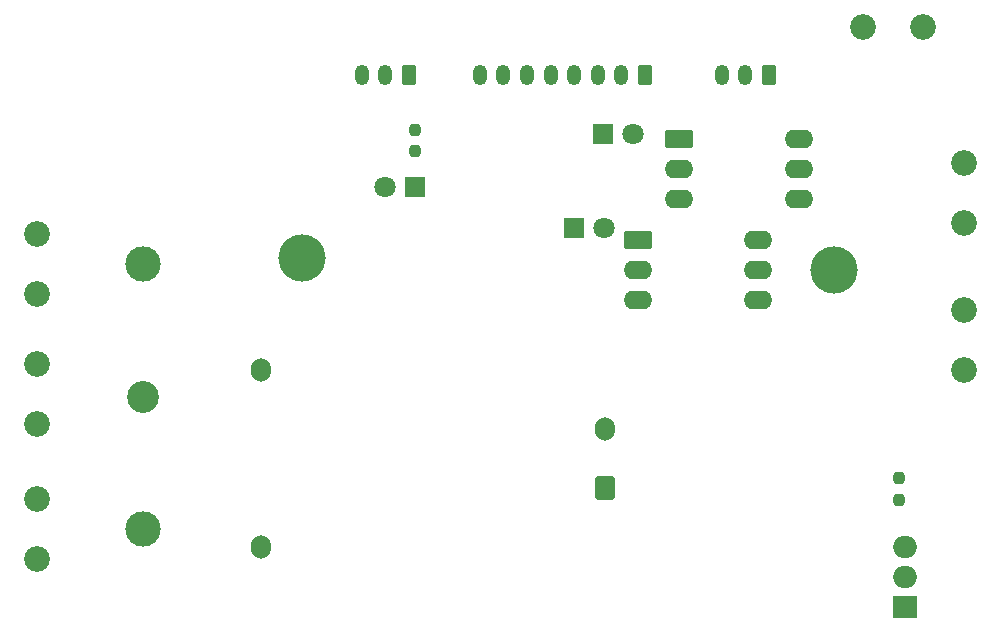
<source format=gbr>
%TF.GenerationSoftware,KiCad,Pcbnew,9.0.7*%
%TF.CreationDate,2026-01-20T13:18:08+01:00*%
%TF.ProjectId,OpenBrewer,4f70656e-4272-4657-9765-722e6b696361,rev?*%
%TF.SameCoordinates,Original*%
%TF.FileFunction,Soldermask,Top*%
%TF.FilePolarity,Negative*%
%FSLAX46Y46*%
G04 Gerber Fmt 4.6, Leading zero omitted, Abs format (unit mm)*
G04 Created by KiCad (PCBNEW 9.0.7) date 2026-01-20 13:18:08*
%MOMM*%
%LPD*%
G01*
G04 APERTURE LIST*
G04 Aperture macros list*
%AMRoundRect*
0 Rectangle with rounded corners*
0 $1 Rounding radius*
0 $2 $3 $4 $5 $6 $7 $8 $9 X,Y pos of 4 corners*
0 Add a 4 corners polygon primitive as box body*
4,1,4,$2,$3,$4,$5,$6,$7,$8,$9,$2,$3,0*
0 Add four circle primitives for the rounded corners*
1,1,$1+$1,$2,$3*
1,1,$1+$1,$4,$5*
1,1,$1+$1,$6,$7*
1,1,$1+$1,$8,$9*
0 Add four rect primitives between the rounded corners*
20,1,$1+$1,$2,$3,$4,$5,0*
20,1,$1+$1,$4,$5,$6,$7,0*
20,1,$1+$1,$6,$7,$8,$9,0*
20,1,$1+$1,$8,$9,$2,$3,0*%
G04 Aperture macros list end*
%ADD10C,2.184000*%
%ADD11R,1.800000X1.800000*%
%ADD12C,1.800000*%
%ADD13C,2.700000*%
%ADD14C,3.000000*%
%ADD15RoundRect,0.250000X0.350000X0.625000X-0.350000X0.625000X-0.350000X-0.625000X0.350000X-0.625000X0*%
%ADD16O,1.200000X1.750000*%
%ADD17RoundRect,0.237500X-0.237500X0.250000X-0.237500X-0.250000X0.237500X-0.250000X0.237500X0.250000X0*%
%ADD18C,4.000000*%
%ADD19RoundRect,0.250000X0.600000X0.750000X-0.600000X0.750000X-0.600000X-0.750000X0.600000X-0.750000X0*%
%ADD20O,1.700000X2.000000*%
%ADD21R,2.000000X1.905000*%
%ADD22O,2.000000X1.905000*%
%ADD23RoundRect,0.250000X-0.950000X-0.550000X0.950000X-0.550000X0.950000X0.550000X-0.950000X0.550000X0*%
%ADD24O,2.400000X1.600000*%
G04 APERTURE END LIST*
D10*
%TO.C,J4*%
X193000000Y-83040000D03*
X193000000Y-77960000D03*
%TD*%
D11*
%TO.C,D4*%
X162460000Y-63000000D03*
D12*
X165000000Y-63000000D03*
%TD*%
D13*
%TO.C,F1*%
X123500000Y-85250000D03*
D14*
X123500000Y-96500000D03*
X123500000Y-74000000D03*
%TD*%
D15*
%TO.C,J1*%
X166000000Y-58000000D03*
D16*
X164000000Y-58000000D03*
X162000000Y-58000000D03*
X160000000Y-58000000D03*
X158000000Y-58000000D03*
X156000000Y-58000000D03*
X154000000Y-58000000D03*
X152000000Y-58000000D03*
%TD*%
D10*
%TO.C,J5*%
X193000000Y-70540000D03*
X193000000Y-65460000D03*
%TD*%
D17*
%TO.C,R4*%
X187500000Y-92175000D03*
X187500000Y-94000000D03*
%TD*%
D15*
%TO.C,J3*%
X146000000Y-58000000D03*
D16*
X144000000Y-58000000D03*
X142000000Y-58000000D03*
%TD*%
D11*
%TO.C,D2*%
X146500000Y-67500000D03*
D12*
X143960000Y-67500000D03*
%TD*%
D11*
%TO.C,D3*%
X159960000Y-71000000D03*
D12*
X162500000Y-71000000D03*
%TD*%
D10*
%TO.C,J8*%
X114500000Y-87540000D03*
X114500000Y-82460000D03*
%TD*%
D18*
%TO.C,REF\u002A\u002A*%
X182000000Y-74500000D03*
%TD*%
D19*
%TO.C,PS1*%
X162580000Y-93000000D03*
D20*
X162580000Y-88000000D03*
X133500000Y-98000000D03*
X133500000Y-83000000D03*
%TD*%
D21*
%TO.C,Q1*%
X188000000Y-103040000D03*
D22*
X188000000Y-100500000D03*
X188000000Y-97960000D03*
%TD*%
D10*
%TO.C,J7*%
X114500000Y-76540000D03*
X114500000Y-71460000D03*
%TD*%
D18*
%TO.C,REF\u002A\u002A*%
X137000000Y-73500000D03*
%TD*%
D10*
%TO.C,J6*%
X189540000Y-54000000D03*
X184460000Y-54000000D03*
%TD*%
D15*
%TO.C,J2*%
X176500000Y-58000000D03*
D16*
X174500000Y-58000000D03*
X172500000Y-58000000D03*
%TD*%
D23*
%TO.C,U1*%
X165425000Y-71960000D03*
D24*
X165425000Y-74500000D03*
X165425000Y-77040000D03*
X175585000Y-77040000D03*
X175585000Y-74500000D03*
X175585000Y-71960000D03*
%TD*%
D17*
%TO.C,R5*%
X146500000Y-62675000D03*
X146500000Y-64500000D03*
%TD*%
D10*
%TO.C,J9*%
X114500000Y-93960000D03*
X114500000Y-99040000D03*
%TD*%
D23*
%TO.C,U2*%
X168840000Y-63460000D03*
D24*
X168840000Y-66000000D03*
X168840000Y-68540000D03*
X179000000Y-68540000D03*
X179000000Y-66000000D03*
X179000000Y-63460000D03*
%TD*%
M02*

</source>
